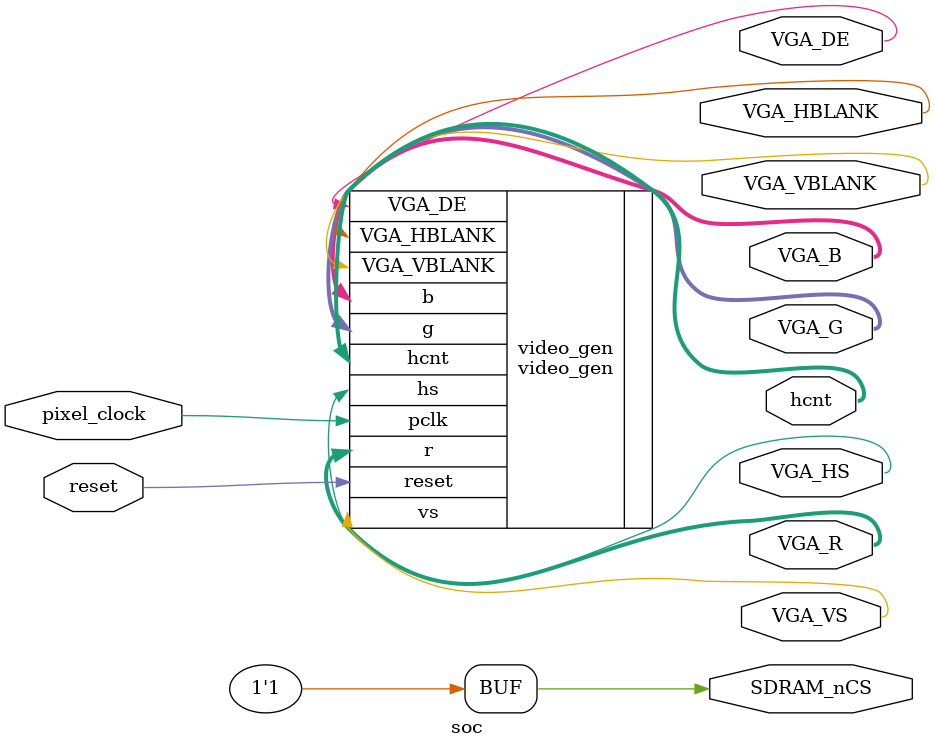
<source format=v>

module soc (
   input  reset,
   input  pixel_clock,
   output SDRAM_nCS,
   output [9:0] hcnt,
   output VGA_HS,
   output VGA_VS,
   output [7:0] VGA_R,
   output [7:0] VGA_G,
   output [7:0] VGA_B,
   output VGA_DE,
   output VGA_HBLANK,
   output VGA_VBLANK
);

// de-activate unused SDRAM
assign SDRAM_nCS = 1;


video_gen video_gen (
	 .reset (reset),
	 .hcnt(hcnt),
	 .pclk  (pixel_clock),
	 .hs    (VGA_HS),
	 .vs    (VGA_VS),
	 .r     (VGA_R),
	 .g     (VGA_G),
	 .b     (VGA_B),
	 .VGA_HBLANK(VGA_HBLANK),
	 .VGA_VBLANK(VGA_VBLANK),
	 .VGA_DE(VGA_DE)
);
					


endmodule

</source>
